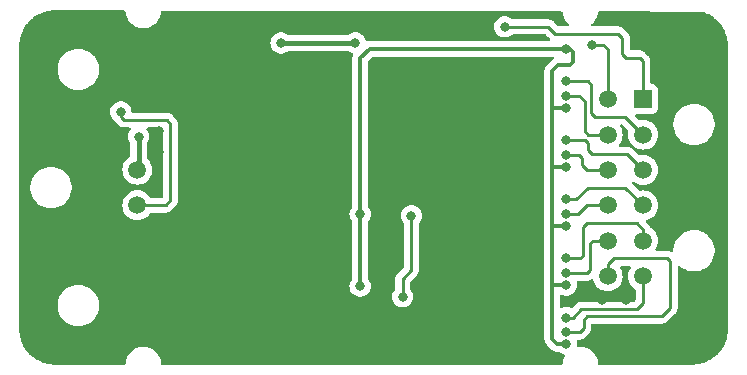
<source format=gbl>
G04 #@! TF.GenerationSoftware,KiCad,Pcbnew,7.0.11-7.0.11~ubuntu22.04.1*
G04 #@! TF.CreationDate,2024-12-11T14:00:36+07:00*
G04 #@! TF.ProjectId,seat_golden,73656174-5f67-46f6-9c64-656e2e6b6963,rev?*
G04 #@! TF.SameCoordinates,Original*
G04 #@! TF.FileFunction,Copper,L4,Bot*
G04 #@! TF.FilePolarity,Positive*
%FSLAX46Y46*%
G04 Gerber Fmt 4.6, Leading zero omitted, Abs format (unit mm)*
G04 Created by KiCad (PCBNEW 7.0.11-7.0.11~ubuntu22.04.1) date 2024-12-11 14:00:36*
%MOMM*%
%LPD*%
G01*
G04 APERTURE LIST*
G04 #@! TA.AperFunction,ComponentPad*
%ADD10C,1.520000*%
G04 #@! TD*
G04 #@! TA.AperFunction,ComponentPad*
%ADD11R,1.520000X1.520000*%
G04 #@! TD*
G04 #@! TA.AperFunction,SMDPad,CuDef*
%ADD12R,1.500000X1.500000*%
G04 #@! TD*
G04 #@! TA.AperFunction,ViaPad*
%ADD13C,0.800000*%
G04 #@! TD*
G04 #@! TA.AperFunction,Conductor*
%ADD14C,0.406400*%
G04 #@! TD*
G04 #@! TA.AperFunction,Conductor*
%ADD15C,0.304800*%
G04 #@! TD*
G04 #@! TA.AperFunction,Conductor*
%ADD16C,0.250000*%
G04 #@! TD*
G04 APERTURE END LIST*
D10*
X49814216Y-7524567D03*
X49814216Y-10524566D03*
X49814216Y-13524565D03*
X49814216Y-16524564D03*
X49814216Y-19524563D03*
X49814216Y-22524562D03*
X52814215Y-22524562D03*
X52814215Y-19524563D03*
X52814215Y-16524564D03*
X52814215Y-13524565D03*
X52814215Y-10524566D03*
D11*
X52814215Y-7524567D03*
X7000000Y-16500000D03*
D10*
X7000000Y-13500001D03*
X9999999Y-16500000D03*
X9999999Y-13500001D03*
D12*
X16800000Y-28700000D03*
D13*
X22164214Y-2764214D03*
X28464214Y-2764214D03*
X58364214Y-13514214D03*
X56364214Y-26014214D03*
X6000000Y-20000000D03*
X6000000Y-12000000D03*
X26364214Y-14014214D03*
X22000000Y-29014214D03*
X8000000Y-22000000D03*
X41000000Y-5000000D03*
X14300000Y-29000000D03*
X17564214Y-22414214D03*
X29364214Y-1014214D03*
X58364214Y-6514214D03*
X11864214Y-24014214D03*
X41714214Y-19564214D03*
X20500000Y-29014214D03*
X56364214Y-13514214D03*
X58364214Y-4514214D03*
X10000000Y-24000000D03*
X8000000Y-18000000D03*
X56364214Y-6514214D03*
X58364214Y-24014214D03*
X2000000Y-28000000D03*
X26314214Y-12114214D03*
X27000000Y-29014214D03*
X58364214Y-15514214D03*
X41714214Y-9564214D03*
X2000000Y-18000000D03*
X8000000Y-1000000D03*
X49364214Y-24514214D03*
X2000000Y-10000000D03*
X20914214Y-5564214D03*
X4000000Y-18000000D03*
X11864214Y-20014214D03*
X2000000Y-8000000D03*
X56364214Y-15514214D03*
X58364214Y-17514214D03*
X30864214Y-6014214D03*
X4000000Y-10000000D03*
X2000000Y-1000000D03*
X4000000Y-1000000D03*
X4000000Y-12000000D03*
X2000000Y-20000000D03*
X56364214Y-24014214D03*
X6000000Y-18000000D03*
X11864214Y-22014214D03*
X41714214Y-14564214D03*
X33664214Y-6014214D03*
X32514214Y-27164214D03*
X51364214Y-24514214D03*
X8000000Y-12000000D03*
X10000000Y-26000000D03*
X56364214Y-4514214D03*
X6000000Y-1000000D03*
X23464214Y-19814214D03*
X10000000Y-20000000D03*
X8000000Y-20000000D03*
X58364214Y-26014214D03*
X34914214Y-1114214D03*
X41714214Y-24564214D03*
X2000000Y-12000000D03*
X11864214Y-26014214D03*
X10000000Y-22000000D03*
X21364214Y-17014214D03*
X19000000Y-29014214D03*
X11864214Y-18014214D03*
X8000000Y-10000000D03*
X56364214Y-17514214D03*
X38000000Y-5000000D03*
X11864214Y-10214214D03*
X30864214Y-9014214D03*
X4000000Y-20000000D03*
X2000000Y-22000000D03*
X6000000Y-10000000D03*
X32000000Y-1000000D03*
X27064214Y-25914214D03*
X11864214Y-12014214D03*
X28864214Y-23364214D03*
X46314214Y-13264214D03*
X46314214Y-8264214D03*
X46314214Y-3264214D03*
X28864214Y-17264214D03*
X46314214Y-23264214D03*
X46314214Y-18264214D03*
X46314214Y-28264214D03*
X10100000Y-10700000D03*
X48500000Y-2900000D03*
X41100000Y-1400000D03*
X46314214Y-7264214D03*
X46314214Y-6014214D03*
X46314214Y-12264214D03*
X46314214Y-11014214D03*
X32464214Y-24264214D03*
X33200000Y-17400000D03*
X46314214Y-17264214D03*
X46314214Y-22264214D03*
X46314214Y-27264214D03*
X46314214Y-16014214D03*
X46314214Y-21014214D03*
X46314214Y-26014214D03*
X8600000Y-8600000D03*
D14*
X22164214Y-2764214D02*
X28464214Y-2764214D01*
D15*
X46914214Y-4414214D02*
X46664214Y-4664214D01*
X45114214Y-27814214D02*
X45114214Y-23264214D01*
X46314214Y-13264214D02*
X45164214Y-13264214D01*
X45114214Y-5164214D02*
X45114214Y-8264214D01*
X45164214Y-13264214D02*
X45114214Y-13314214D01*
X45114214Y-23264214D02*
X45114214Y-22664214D01*
X45564214Y-28264214D02*
X46314214Y-28264214D01*
X46314214Y-3264214D02*
X46664214Y-3264214D01*
X28864214Y-23364214D02*
X28864214Y-17264214D01*
X46314214Y-18264214D02*
X45164214Y-18264214D01*
X46914214Y-3514214D02*
X46914214Y-4414214D01*
X45114214Y-13314214D02*
X45114214Y-18314214D01*
X46664214Y-3264214D02*
X46914214Y-3514214D01*
X46314214Y-23264214D02*
X45114214Y-23264214D01*
X29664214Y-3264214D02*
X46314214Y-3264214D01*
X45114214Y-8264214D02*
X45114214Y-13314214D01*
X28864214Y-4064214D02*
X29664214Y-3264214D01*
X28864214Y-17264214D02*
X28864214Y-4064214D01*
X45164214Y-18264214D02*
X45114214Y-18314214D01*
X46314214Y-8264214D02*
X45114214Y-8264214D01*
X45114214Y-18314214D02*
X45114214Y-22664214D01*
X46664214Y-4664214D02*
X45614214Y-4664214D01*
X45114214Y-27814214D02*
X45564214Y-28264214D01*
X45614214Y-4664214D02*
X45114214Y-5164214D01*
D14*
X10100000Y-10700000D02*
X10100000Y-13400000D01*
X10100000Y-13400000D02*
X9999999Y-13500001D01*
D16*
X49414216Y-2900000D02*
X48500000Y-2900000D01*
X49414216Y-2900000D02*
X49814216Y-3300000D01*
X49814216Y-3300000D02*
X49814216Y-7524567D01*
X44800000Y-1400000D02*
X41100000Y-1400000D01*
X45400000Y-2000000D02*
X44800000Y-1400000D01*
X51064214Y-2364214D02*
X50700000Y-2000000D01*
X51364214Y-4014214D02*
X51064214Y-3714214D01*
X52814215Y-4314215D02*
X52514214Y-4014214D01*
X52514214Y-4014214D02*
X51364214Y-4014214D01*
X50700000Y-2000000D02*
X45400000Y-2000000D01*
X51064214Y-3714214D02*
X51064214Y-2364214D01*
X52814215Y-7524567D02*
X52814215Y-4314215D01*
X46314214Y-7264214D02*
X47414214Y-7264214D01*
X47414214Y-7264214D02*
X47864214Y-7714214D01*
X47864214Y-10264214D02*
X48124566Y-10524566D01*
X48124566Y-10524566D02*
X49814216Y-10524566D01*
X47864214Y-7714214D02*
X47864214Y-10264214D01*
X48764214Y-9014214D02*
X51303863Y-9014214D01*
X51303863Y-9014214D02*
X52814215Y-10524566D01*
X48414214Y-6314214D02*
X48414214Y-8664214D01*
X48414214Y-8664214D02*
X48764214Y-9014214D01*
X46314214Y-6014214D02*
X48114214Y-6014214D01*
X48114214Y-6014214D02*
X48414214Y-6314214D01*
X48074565Y-13524565D02*
X49814216Y-13524565D01*
X47414214Y-12264214D02*
X47664214Y-12514214D01*
X47664214Y-12514214D02*
X47664214Y-13114214D01*
X47664214Y-13114214D02*
X48074565Y-13524565D01*
X46314214Y-12264214D02*
X47414214Y-12264214D01*
X48164214Y-11864214D02*
X48464214Y-12164214D01*
X48164214Y-11264214D02*
X48164214Y-11864214D01*
X47914214Y-11014214D02*
X48164214Y-11264214D01*
X51453864Y-12164214D02*
X52814215Y-13524565D01*
X48464214Y-12164214D02*
X51453864Y-12164214D01*
X46314214Y-11014214D02*
X47914214Y-11014214D01*
X33200000Y-17400000D02*
X33201714Y-17401714D01*
X33201714Y-21998286D02*
X32464214Y-22735786D01*
X32464214Y-22735786D02*
X32464214Y-24264214D01*
X33201714Y-17401714D02*
X33201714Y-21998286D01*
X47314214Y-17264214D02*
X48053864Y-16524564D01*
X46314214Y-17264214D02*
X47314214Y-17264214D01*
X48053864Y-16524564D02*
X49814216Y-16524564D01*
X48553865Y-19524563D02*
X49814216Y-19524563D01*
X48364214Y-21964214D02*
X48364214Y-19714214D01*
X48064214Y-22264214D02*
X48364214Y-21964214D01*
X48364214Y-19714214D02*
X48553865Y-19524563D01*
X46314214Y-22264214D02*
X48064214Y-22264214D01*
X55114214Y-21264214D02*
X54864214Y-21014214D01*
X54414214Y-25900000D02*
X55114214Y-25200000D01*
X47800000Y-26900000D02*
X47800000Y-26200000D01*
X48100000Y-25900000D02*
X54414214Y-25900000D01*
X49814216Y-21514212D02*
X49814216Y-22524562D01*
X54864214Y-21014214D02*
X50314214Y-21014214D01*
X50314214Y-21014214D02*
X49814216Y-21514212D01*
X55114214Y-25200000D02*
X55114214Y-21264214D01*
X46314214Y-27264214D02*
X47435786Y-27264214D01*
X47435786Y-27264214D02*
X47800000Y-26900000D01*
X47800000Y-26200000D02*
X48100000Y-25900000D01*
X48164214Y-15014214D02*
X47164214Y-16014214D01*
X51264214Y-15014214D02*
X51303865Y-15014214D01*
X47164214Y-16014214D02*
X46314214Y-16014214D01*
X51264214Y-15014214D02*
X48164214Y-15014214D01*
X51303865Y-15014214D02*
X52814215Y-16524564D01*
X47514214Y-21014214D02*
X47714214Y-20814214D01*
X52814215Y-18564215D02*
X52814215Y-19524563D01*
X47714214Y-20814214D02*
X47714214Y-18364214D01*
X47714214Y-18364214D02*
X48064214Y-18014214D01*
X52264214Y-18014214D02*
X52814215Y-18564215D01*
X46314214Y-21014214D02*
X47514214Y-21014214D01*
X48064214Y-18014214D02*
X52264214Y-18014214D01*
X52814215Y-22524562D02*
X52814215Y-24800000D01*
X47600000Y-25300000D02*
X46885786Y-26014214D01*
X46885786Y-26014214D02*
X46314214Y-26014214D01*
X52814215Y-24800000D02*
X52314215Y-25300000D01*
X52314215Y-25300000D02*
X47600000Y-25300000D01*
X12800000Y-16100000D02*
X12400000Y-16500000D01*
X8600000Y-8600000D02*
X8600000Y-9000000D01*
X12800000Y-9600000D02*
X12800000Y-16100000D01*
X12400000Y-16500000D02*
X9999999Y-16500000D01*
X8900000Y-9300000D02*
X12500000Y-9300000D01*
X8600000Y-9000000D02*
X8900000Y-9300000D01*
X12500000Y-9300000D02*
X12800000Y-9600000D01*
G04 #@! TA.AperFunction,Conductor*
G36*
X8870706Y-16867D02*
G01*
X8901091Y-20709D01*
X8908492Y-22596D01*
X8968590Y-58231D01*
X8999883Y-120701D01*
X9000332Y-123354D01*
X9036446Y-351368D01*
X9109433Y-575996D01*
X9182080Y-718572D01*
X9216657Y-786433D01*
X9355483Y-977510D01*
X9522490Y-1144517D01*
X9713567Y-1283343D01*
X9779833Y-1317107D01*
X9924003Y-1390566D01*
X9924005Y-1390566D01*
X9924008Y-1390568D01*
X9980188Y-1408822D01*
X10148631Y-1463553D01*
X10381903Y-1500500D01*
X10381908Y-1500500D01*
X10618097Y-1500500D01*
X10851368Y-1463553D01*
X10860875Y-1460464D01*
X11075992Y-1390568D01*
X11286433Y-1283343D01*
X11477510Y-1144517D01*
X11644517Y-977510D01*
X11783343Y-786433D01*
X11890568Y-575992D01*
X11963553Y-351368D01*
X11993815Y-160301D01*
X11998806Y-128789D01*
X12028735Y-65654D01*
X12088047Y-28723D01*
X12091028Y-27934D01*
X12095520Y-26804D01*
X12126003Y-23057D01*
X45888945Y-87259D01*
X45955947Y-107071D01*
X46001601Y-159962D01*
X46011182Y-191860D01*
X46036446Y-351365D01*
X46036447Y-351368D01*
X46109432Y-575992D01*
X46216657Y-786433D01*
X46355483Y-977510D01*
X46522490Y-1144517D01*
X46530289Y-1150183D01*
X46572953Y-1205513D01*
X46578932Y-1275126D01*
X46546326Y-1336921D01*
X46485487Y-1371278D01*
X46457402Y-1374500D01*
X45710453Y-1374500D01*
X45643414Y-1354815D01*
X45622772Y-1338181D01*
X45300803Y-1016212D01*
X45290980Y-1003950D01*
X45290759Y-1004134D01*
X45285786Y-998122D01*
X45236776Y-952099D01*
X45233977Y-949386D01*
X45214477Y-929885D01*
X45214471Y-929880D01*
X45211286Y-927409D01*
X45202434Y-919848D01*
X45170582Y-889938D01*
X45170580Y-889936D01*
X45170577Y-889935D01*
X45153029Y-880288D01*
X45136763Y-869604D01*
X45120932Y-857324D01*
X45080849Y-839978D01*
X45070363Y-834841D01*
X45032094Y-813803D01*
X45032092Y-813802D01*
X45012693Y-808822D01*
X44994281Y-802518D01*
X44975898Y-794562D01*
X44975892Y-794560D01*
X44932760Y-787729D01*
X44921322Y-785361D01*
X44879020Y-774500D01*
X44879019Y-774500D01*
X44858984Y-774500D01*
X44839586Y-772973D01*
X44832162Y-771797D01*
X44819805Y-769840D01*
X44819804Y-769840D01*
X44776325Y-773950D01*
X44764656Y-774500D01*
X41803748Y-774500D01*
X41736709Y-754815D01*
X41711600Y-733474D01*
X41705873Y-727114D01*
X41705869Y-727110D01*
X41552734Y-615851D01*
X41552729Y-615848D01*
X41379807Y-538857D01*
X41379802Y-538855D01*
X41234001Y-507865D01*
X41194646Y-499500D01*
X41005354Y-499500D01*
X40972897Y-506398D01*
X40820197Y-538855D01*
X40820192Y-538857D01*
X40647270Y-615848D01*
X40647265Y-615851D01*
X40494129Y-727111D01*
X40367466Y-867785D01*
X40272821Y-1031715D01*
X40272818Y-1031722D01*
X40214327Y-1211740D01*
X40214326Y-1211744D01*
X40194540Y-1400000D01*
X40214326Y-1588256D01*
X40214327Y-1588259D01*
X40272818Y-1768277D01*
X40272821Y-1768284D01*
X40367467Y-1932216D01*
X40482987Y-2060514D01*
X40494129Y-2072888D01*
X40647265Y-2184148D01*
X40647270Y-2184151D01*
X40820192Y-2261142D01*
X40820197Y-2261144D01*
X41005354Y-2300500D01*
X41005355Y-2300500D01*
X41194644Y-2300500D01*
X41194646Y-2300500D01*
X41379803Y-2261144D01*
X41552730Y-2184151D01*
X41705871Y-2072888D01*
X41708788Y-2069647D01*
X41711600Y-2066526D01*
X41771087Y-2029879D01*
X41803748Y-2025500D01*
X44489548Y-2025500D01*
X44556587Y-2045185D01*
X44577228Y-2061818D01*
X44742707Y-2227298D01*
X44899197Y-2383788D01*
X44909022Y-2396051D01*
X44909243Y-2395869D01*
X44919188Y-2407891D01*
X44916626Y-2410010D01*
X44944331Y-2457161D01*
X44941539Y-2526974D01*
X44901447Y-2584196D01*
X44836782Y-2610659D01*
X44824053Y-2611314D01*
X29749982Y-2611314D01*
X29733934Y-2609542D01*
X29733912Y-2609780D01*
X29726145Y-2609045D01*
X29655909Y-2611253D01*
X29652015Y-2611314D01*
X29623137Y-2611314D01*
X29618724Y-2611871D01*
X29607094Y-2612786D01*
X29561265Y-2614226D01*
X29561264Y-2614227D01*
X29540766Y-2620181D01*
X29521728Y-2624123D01*
X29500563Y-2626798D01*
X29500556Y-2626799D01*
X29500554Y-2626800D01*
X29500551Y-2626800D01*
X29493001Y-2628740D01*
X29492389Y-2626360D01*
X29434868Y-2631620D01*
X29372894Y-2599354D01*
X29340893Y-2548274D01*
X29291395Y-2395936D01*
X29291394Y-2395935D01*
X29291393Y-2395930D01*
X29196747Y-2231998D01*
X29070085Y-2091326D01*
X29053267Y-2079107D01*
X28916948Y-1980065D01*
X28916943Y-1980062D01*
X28744021Y-1903071D01*
X28744016Y-1903069D01*
X28598215Y-1872079D01*
X28558860Y-1863714D01*
X28369568Y-1863714D01*
X28337111Y-1870612D01*
X28184411Y-1903069D01*
X28184406Y-1903071D01*
X28011484Y-1980062D01*
X28011479Y-1980065D01*
X27933347Y-2036832D01*
X27867541Y-2060312D01*
X27860462Y-2060514D01*
X22767966Y-2060514D01*
X22700927Y-2040829D01*
X22695081Y-2036832D01*
X22616948Y-1980065D01*
X22616943Y-1980062D01*
X22444021Y-1903071D01*
X22444016Y-1903069D01*
X22298215Y-1872079D01*
X22258860Y-1863714D01*
X22069568Y-1863714D01*
X22037111Y-1870612D01*
X21884411Y-1903069D01*
X21884406Y-1903071D01*
X21711484Y-1980062D01*
X21711479Y-1980065D01*
X21558343Y-2091325D01*
X21431680Y-2231999D01*
X21337035Y-2395929D01*
X21337032Y-2395936D01*
X21293481Y-2529974D01*
X21278540Y-2575958D01*
X21258754Y-2764214D01*
X21278540Y-2952470D01*
X21278541Y-2952473D01*
X21337032Y-3132491D01*
X21337035Y-3132498D01*
X21431681Y-3296430D01*
X21543493Y-3420609D01*
X21558343Y-3437102D01*
X21711479Y-3548362D01*
X21711484Y-3548365D01*
X21884406Y-3625356D01*
X21884411Y-3625358D01*
X22069568Y-3664714D01*
X22069569Y-3664714D01*
X22258858Y-3664714D01*
X22258860Y-3664714D01*
X22444017Y-3625358D01*
X22616944Y-3548365D01*
X22648415Y-3525500D01*
X22695081Y-3491596D01*
X22760887Y-3468116D01*
X22767966Y-3467914D01*
X27860462Y-3467914D01*
X27927501Y-3487599D01*
X27933347Y-3491596D01*
X28011479Y-3548362D01*
X28011484Y-3548365D01*
X28184406Y-3625356D01*
X28184407Y-3625356D01*
X28184411Y-3625358D01*
X28184414Y-3625358D01*
X28190588Y-3627365D01*
X28189701Y-3630093D01*
X28240150Y-3657317D01*
X28273938Y-3718474D01*
X28269299Y-3788189D01*
X28261568Y-3805165D01*
X28252336Y-3821957D01*
X28247028Y-3842630D01*
X28240729Y-3861026D01*
X28232256Y-3880606D01*
X28232254Y-3880614D01*
X28225083Y-3925892D01*
X28222714Y-3937330D01*
X28211314Y-3981726D01*
X28211314Y-4003075D01*
X28209787Y-4022472D01*
X28206450Y-4043543D01*
X28207818Y-4058010D01*
X28210764Y-4089180D01*
X28211314Y-4100849D01*
X28211314Y-16595956D01*
X28191629Y-16662995D01*
X28179464Y-16678928D01*
X28131684Y-16731992D01*
X28131679Y-16731999D01*
X28037035Y-16895929D01*
X28037032Y-16895936D01*
X27986166Y-17052488D01*
X27978540Y-17075958D01*
X27958754Y-17264214D01*
X27978540Y-17452470D01*
X27978541Y-17452473D01*
X28037032Y-17632491D01*
X28037035Y-17632498D01*
X28131681Y-17796430D01*
X28151737Y-17818704D01*
X28179464Y-17849498D01*
X28209694Y-17912489D01*
X28211314Y-17932470D01*
X28211314Y-22695956D01*
X28191629Y-22762995D01*
X28179464Y-22778928D01*
X28131684Y-22831992D01*
X28131679Y-22831999D01*
X28037035Y-22995929D01*
X28037032Y-22995936D01*
X27984628Y-23157220D01*
X27978540Y-23175958D01*
X27958754Y-23364214D01*
X27978540Y-23552470D01*
X27978541Y-23552473D01*
X28037032Y-23732491D01*
X28037035Y-23732498D01*
X28131681Y-23896430D01*
X28206749Y-23979801D01*
X28258343Y-24037102D01*
X28411479Y-24148362D01*
X28411484Y-24148365D01*
X28584406Y-24225356D01*
X28584411Y-24225358D01*
X28769568Y-24264714D01*
X28769569Y-24264714D01*
X28958858Y-24264714D01*
X28958860Y-24264714D01*
X28961212Y-24264214D01*
X31558754Y-24264214D01*
X31578540Y-24452470D01*
X31578541Y-24452473D01*
X31637032Y-24632491D01*
X31637035Y-24632498D01*
X31731681Y-24796430D01*
X31815524Y-24889547D01*
X31858343Y-24937102D01*
X32011479Y-25048362D01*
X32011484Y-25048365D01*
X32184406Y-25125356D01*
X32184411Y-25125358D01*
X32369568Y-25164714D01*
X32369569Y-25164714D01*
X32558858Y-25164714D01*
X32558860Y-25164714D01*
X32744017Y-25125358D01*
X32916944Y-25048365D01*
X33070085Y-24937102D01*
X33196747Y-24796430D01*
X33291393Y-24632498D01*
X33349888Y-24452470D01*
X33369674Y-24264214D01*
X33349888Y-24075958D01*
X33294509Y-23905520D01*
X33291395Y-23895936D01*
X33291394Y-23895935D01*
X33291393Y-23895930D01*
X33196747Y-23731998D01*
X33180155Y-23713571D01*
X33121564Y-23648498D01*
X33091334Y-23585506D01*
X33089714Y-23565526D01*
X33089714Y-23046237D01*
X33109399Y-22979198D01*
X33126029Y-22958560D01*
X33585500Y-22499088D01*
X33597762Y-22489266D01*
X33597579Y-22489045D01*
X33603582Y-22484077D01*
X33603591Y-22484072D01*
X33649648Y-22435025D01*
X33652296Y-22432292D01*
X33671834Y-22412756D01*
X33674284Y-22409596D01*
X33681868Y-22400715D01*
X33711776Y-22368868D01*
X33717324Y-22358775D01*
X33721428Y-22351312D01*
X33732110Y-22335050D01*
X33733424Y-22333356D01*
X33744388Y-22319222D01*
X33761744Y-22279111D01*
X33766875Y-22268640D01*
X33787908Y-22230384D01*
X33787908Y-22230383D01*
X33787911Y-22230378D01*
X33792894Y-22210966D01*
X33799191Y-22192577D01*
X33807152Y-22174181D01*
X33813984Y-22131034D01*
X33816353Y-22119602D01*
X33827213Y-22077308D01*
X33827214Y-22077303D01*
X33827214Y-22057269D01*
X33828741Y-22037868D01*
X33831874Y-22018090D01*
X33827764Y-21974610D01*
X33827214Y-21962941D01*
X33827214Y-18096783D01*
X33846899Y-18029744D01*
X33859064Y-18013811D01*
X33932533Y-17932216D01*
X34027179Y-17768284D01*
X34085674Y-17588256D01*
X34105460Y-17400000D01*
X34085674Y-17211744D01*
X34027179Y-17031716D01*
X33932533Y-16867784D01*
X33805871Y-16727112D01*
X33805870Y-16727111D01*
X33652734Y-16615851D01*
X33652729Y-16615848D01*
X33479807Y-16538857D01*
X33479802Y-16538855D01*
X33334001Y-16507865D01*
X33294646Y-16499500D01*
X33105354Y-16499500D01*
X33091645Y-16502414D01*
X32920197Y-16538855D01*
X32920192Y-16538857D01*
X32747270Y-16615848D01*
X32747265Y-16615851D01*
X32594129Y-16727111D01*
X32467466Y-16867785D01*
X32372821Y-17031715D01*
X32372818Y-17031722D01*
X32332041Y-17157222D01*
X32314326Y-17211744D01*
X32294540Y-17400000D01*
X32314326Y-17588256D01*
X32314327Y-17588259D01*
X32372818Y-17768277D01*
X32372821Y-17768284D01*
X32467464Y-17932212D01*
X32467465Y-17932214D01*
X32467467Y-17932216D01*
X32544365Y-18017619D01*
X32574594Y-18080609D01*
X32576214Y-18100590D01*
X32576214Y-21687832D01*
X32556529Y-21754871D01*
X32539895Y-21775513D01*
X32080422Y-22234985D01*
X32068165Y-22244806D01*
X32068348Y-22245027D01*
X32062336Y-22250000D01*
X32016312Y-22299009D01*
X32013605Y-22301802D01*
X31994103Y-22321303D01*
X31994089Y-22321320D01*
X31991621Y-22324501D01*
X31984057Y-22333356D01*
X31954151Y-22365204D01*
X31954150Y-22365206D01*
X31944498Y-22382762D01*
X31933824Y-22399012D01*
X31921543Y-22414847D01*
X31921538Y-22414854D01*
X31904189Y-22454944D01*
X31899052Y-22465430D01*
X31878017Y-22503692D01*
X31873036Y-22523093D01*
X31866735Y-22541496D01*
X31858776Y-22559888D01*
X31858775Y-22559891D01*
X31851942Y-22603029D01*
X31849574Y-22614460D01*
X31838715Y-22656757D01*
X31838714Y-22656768D01*
X31838714Y-22676802D01*
X31837187Y-22696201D01*
X31834054Y-22715980D01*
X31834054Y-22715981D01*
X31838164Y-22759460D01*
X31838714Y-22771129D01*
X31838714Y-23565526D01*
X31819029Y-23632565D01*
X31806864Y-23648498D01*
X31731680Y-23731998D01*
X31637035Y-23895929D01*
X31637032Y-23895936D01*
X31578996Y-24074554D01*
X31578540Y-24075958D01*
X31558754Y-24264214D01*
X28961212Y-24264214D01*
X29144017Y-24225358D01*
X29316944Y-24148365D01*
X29470085Y-24037102D01*
X29596747Y-23896430D01*
X29691393Y-23732498D01*
X29749888Y-23552470D01*
X29769674Y-23364214D01*
X29749888Y-23175958D01*
X29691393Y-22995930D01*
X29629356Y-22888478D01*
X29596748Y-22831999D01*
X29596743Y-22831992D01*
X29548964Y-22778928D01*
X29518734Y-22715936D01*
X29517114Y-22695956D01*
X29517114Y-17932470D01*
X29536799Y-17865431D01*
X29548964Y-17849498D01*
X29596747Y-17796430D01*
X29691393Y-17632498D01*
X29749888Y-17452470D01*
X29769674Y-17264214D01*
X29749888Y-17075958D01*
X29691393Y-16895930D01*
X29603843Y-16744288D01*
X29596748Y-16731999D01*
X29596743Y-16731992D01*
X29548964Y-16678928D01*
X29518734Y-16615936D01*
X29517114Y-16595956D01*
X29517114Y-4386016D01*
X29536799Y-4318977D01*
X29553433Y-4298335D01*
X29898336Y-3953433D01*
X29959659Y-3919948D01*
X29986017Y-3917114D01*
X45141617Y-3917114D01*
X45208656Y-3936799D01*
X45254411Y-3989603D01*
X45264355Y-4058761D01*
X45235330Y-4122317D01*
X45216155Y-4138323D01*
X45217025Y-4139444D01*
X45210864Y-4144221D01*
X45195774Y-4159312D01*
X45180986Y-4171943D01*
X45163722Y-4184487D01*
X45163717Y-4184491D01*
X45134498Y-4219810D01*
X45126638Y-4228448D01*
X44713190Y-4641896D01*
X44700592Y-4651990D01*
X44700744Y-4652174D01*
X44694732Y-4657147D01*
X44646620Y-4708380D01*
X44643915Y-4711171D01*
X44623501Y-4731585D01*
X44623498Y-4731589D01*
X44620772Y-4735104D01*
X44613193Y-4743977D01*
X44581810Y-4777396D01*
X44581808Y-4777400D01*
X44571527Y-4796099D01*
X44560852Y-4812350D01*
X44547771Y-4829215D01*
X44547766Y-4829223D01*
X44529559Y-4871295D01*
X44524423Y-4881778D01*
X44502337Y-4921954D01*
X44502337Y-4921955D01*
X44497028Y-4942630D01*
X44490729Y-4961026D01*
X44482256Y-4980606D01*
X44482254Y-4980614D01*
X44475083Y-5025892D01*
X44472714Y-5037330D01*
X44461314Y-5081726D01*
X44461314Y-5103075D01*
X44459787Y-5122472D01*
X44456450Y-5143543D01*
X44459617Y-5177044D01*
X44460764Y-5189180D01*
X44461314Y-5200849D01*
X44461314Y-8190776D01*
X44459118Y-8214010D01*
X44457424Y-8222888D01*
X44457424Y-8222892D01*
X44461069Y-8280827D01*
X44461314Y-8288613D01*
X44461314Y-13253075D01*
X44459787Y-13272474D01*
X44456450Y-13293541D01*
X44456450Y-13293542D01*
X44460764Y-13339180D01*
X44461314Y-13350849D01*
X44461314Y-18253075D01*
X44459787Y-18272474D01*
X44456450Y-18293541D01*
X44456450Y-18293542D01*
X44460764Y-18339180D01*
X44461314Y-18350849D01*
X44461314Y-23190776D01*
X44459118Y-23214010D01*
X44457424Y-23222888D01*
X44457424Y-23222892D01*
X44461069Y-23280827D01*
X44461314Y-23288613D01*
X44461314Y-27728446D01*
X44459542Y-27744493D01*
X44459780Y-27744516D01*
X44459046Y-27752281D01*
X44459046Y-27752283D01*
X44460264Y-27791031D01*
X44461253Y-27822517D01*
X44461314Y-27826412D01*
X44461314Y-27855289D01*
X44461871Y-27859702D01*
X44462786Y-27871334D01*
X44464226Y-27917159D01*
X44464227Y-27917165D01*
X44470179Y-27937652D01*
X44474124Y-27956697D01*
X44476799Y-27977871D01*
X44476802Y-27977883D01*
X44493676Y-28020503D01*
X44497459Y-28031551D01*
X44510247Y-28075569D01*
X44510249Y-28075574D01*
X44521114Y-28093945D01*
X44529672Y-28111415D01*
X44537525Y-28131249D01*
X44537529Y-28131255D01*
X44564470Y-28168337D01*
X44570883Y-28178099D01*
X44594223Y-28217564D01*
X44609308Y-28232648D01*
X44621945Y-28247444D01*
X44626236Y-28253350D01*
X44634488Y-28264708D01*
X44669815Y-28293933D01*
X44678455Y-28301795D01*
X45041895Y-28665235D01*
X45051993Y-28677839D01*
X45052177Y-28677688D01*
X45057144Y-28683693D01*
X45108377Y-28731803D01*
X45111175Y-28734515D01*
X45131588Y-28754928D01*
X45135100Y-28757652D01*
X45143979Y-28765236D01*
X45177399Y-28796619D01*
X45177403Y-28796622D01*
X45196089Y-28806894D01*
X45212356Y-28817579D01*
X45225562Y-28827822D01*
X45229219Y-28830659D01*
X45248853Y-28839155D01*
X45271292Y-28848866D01*
X45281782Y-28854005D01*
X45313523Y-28871454D01*
X45321955Y-28876090D01*
X45341650Y-28881146D01*
X45342625Y-28881397D01*
X45361026Y-28887696D01*
X45380613Y-28896173D01*
X45425900Y-28903344D01*
X45437326Y-28905711D01*
X45481734Y-28917114D01*
X45503075Y-28917114D01*
X45522472Y-28918640D01*
X45543543Y-28921978D01*
X45589181Y-28917663D01*
X45600849Y-28917114D01*
X45640542Y-28917114D01*
X45707581Y-28936799D01*
X45713427Y-28940796D01*
X45861479Y-29048362D01*
X45861484Y-29048365D01*
X46034406Y-29125356D01*
X46034407Y-29125356D01*
X46034411Y-29125358D01*
X46069480Y-29132812D01*
X46081330Y-29135331D01*
X46142812Y-29168523D01*
X46176589Y-29229686D01*
X46171937Y-29299400D01*
X46166035Y-29312915D01*
X46109434Y-29424000D01*
X46036446Y-29648631D01*
X45998737Y-29886720D01*
X45997718Y-29886558D01*
X45974614Y-29947170D01*
X45918381Y-29988638D01*
X45906330Y-29992351D01*
X45893092Y-29995704D01*
X45862646Y-29999500D01*
X12137354Y-29999500D01*
X12106910Y-29995705D01*
X12093671Y-29992352D01*
X12033516Y-29956810D01*
X12002126Y-29894389D01*
X12000510Y-29881971D01*
X11963553Y-29648631D01*
X11890566Y-29424003D01*
X11827077Y-29299400D01*
X11783343Y-29213567D01*
X11644517Y-29022490D01*
X11477510Y-28855483D01*
X11286433Y-28716657D01*
X11075996Y-28609433D01*
X10851368Y-28536446D01*
X10618097Y-28499500D01*
X10618092Y-28499500D01*
X10381908Y-28499500D01*
X10381903Y-28499500D01*
X10148631Y-28536446D01*
X9924003Y-28609433D01*
X9713566Y-28716657D01*
X9657142Y-28757652D01*
X9522490Y-28855483D01*
X9522488Y-28855485D01*
X9522487Y-28855485D01*
X9355485Y-29022487D01*
X9355485Y-29022488D01*
X9355483Y-29022490D01*
X9336686Y-29048362D01*
X9216657Y-29213566D01*
X9109433Y-29424003D01*
X9036446Y-29648631D01*
X8998737Y-29886720D01*
X8997718Y-29886558D01*
X8974614Y-29947170D01*
X8918381Y-29988638D01*
X8906330Y-29992351D01*
X8893092Y-29995704D01*
X8862646Y-29999500D01*
X3003246Y-29999500D01*
X2996756Y-29999330D01*
X2866954Y-29992527D01*
X2866491Y-29992502D01*
X2710700Y-29983753D01*
X2707227Y-29983509D01*
X2673272Y-29980644D01*
X2664300Y-29979556D01*
X2525092Y-29957508D01*
X2523720Y-29957283D01*
X2378464Y-29932604D01*
X2375040Y-29931973D01*
X2355491Y-29928084D01*
X2347591Y-29926242D01*
X2204416Y-29887878D01*
X2202183Y-29887257D01*
X2054010Y-29844570D01*
X2050674Y-29843558D01*
X2046019Y-29842074D01*
X2039244Y-29839696D01*
X1895334Y-29784454D01*
X1892319Y-29783251D01*
X1748246Y-29723574D01*
X1739404Y-29719498D01*
X1599922Y-29648428D01*
X1596236Y-29646471D01*
X1460464Y-29571433D01*
X1452921Y-29566907D01*
X1321281Y-29481419D01*
X1317061Y-29478553D01*
X1190836Y-29388991D01*
X1184557Y-29384228D01*
X1062426Y-29285329D01*
X1057834Y-29281422D01*
X942581Y-29178425D01*
X937527Y-29173647D01*
X826351Y-29062471D01*
X821573Y-29057417D01*
X790358Y-29022488D01*
X718572Y-28942159D01*
X714669Y-28937572D01*
X714288Y-28937102D01*
X615770Y-28815441D01*
X611007Y-28809162D01*
X521445Y-28682937D01*
X518593Y-28678739D01*
X433081Y-28547061D01*
X428574Y-28539550D01*
X353520Y-28403750D01*
X351570Y-28400076D01*
X343188Y-28383626D01*
X280497Y-28260589D01*
X276424Y-28251752D01*
X241872Y-28168337D01*
X216740Y-28107663D01*
X215544Y-28104664D01*
X160289Y-27960719D01*
X157931Y-27954001D01*
X156426Y-27949279D01*
X155447Y-27946050D01*
X112736Y-27797798D01*
X112116Y-27795567D01*
X107316Y-27777652D01*
X73747Y-27652372D01*
X71919Y-27644530D01*
X68024Y-27624949D01*
X67401Y-27621570D01*
X42679Y-27476068D01*
X42548Y-27475270D01*
X20437Y-27335663D01*
X19355Y-27326736D01*
X16484Y-27292700D01*
X16250Y-27289376D01*
X7494Y-27133465D01*
X669Y-27003243D01*
X500Y-26996755D01*
X500Y-25131187D01*
X3249500Y-25131187D01*
X3260176Y-25202011D01*
X3288604Y-25390615D01*
X3288605Y-25390617D01*
X3288606Y-25390623D01*
X3365938Y-25641326D01*
X3479767Y-25877696D01*
X3479768Y-25877697D01*
X3479770Y-25877700D01*
X3479772Y-25877704D01*
X3627567Y-26094479D01*
X3806014Y-26286801D01*
X3806018Y-26286804D01*
X3806019Y-26286805D01*
X4011143Y-26450386D01*
X4238357Y-26581568D01*
X4482584Y-26677420D01*
X4738370Y-26735802D01*
X4738376Y-26735802D01*
X4738379Y-26735803D01*
X4934484Y-26750499D01*
X4934503Y-26750499D01*
X4934506Y-26750500D01*
X4934508Y-26750500D01*
X5065492Y-26750500D01*
X5065494Y-26750500D01*
X5065496Y-26750499D01*
X5065515Y-26750499D01*
X5261620Y-26735803D01*
X5261622Y-26735802D01*
X5261630Y-26735802D01*
X5517416Y-26677420D01*
X5761643Y-26581568D01*
X5988857Y-26450386D01*
X6193981Y-26286805D01*
X6372433Y-26094479D01*
X6520228Y-25877704D01*
X6634063Y-25641323D01*
X6711396Y-25390615D01*
X6750500Y-25131182D01*
X6750500Y-24868818D01*
X6711396Y-24609385D01*
X6634063Y-24358677D01*
X6569859Y-24225356D01*
X6520232Y-24122303D01*
X6520231Y-24122302D01*
X6520230Y-24122301D01*
X6520228Y-24122296D01*
X6372433Y-23905521D01*
X6271210Y-23796428D01*
X6193985Y-23713198D01*
X6154533Y-23681736D01*
X5988857Y-23549614D01*
X5761643Y-23418432D01*
X5517416Y-23322580D01*
X5517411Y-23322578D01*
X5517402Y-23322576D01*
X5299818Y-23272914D01*
X5261630Y-23264198D01*
X5261629Y-23264197D01*
X5261625Y-23264197D01*
X5261620Y-23264196D01*
X5065515Y-23249500D01*
X5065494Y-23249500D01*
X4934506Y-23249500D01*
X4934484Y-23249500D01*
X4738379Y-23264196D01*
X4738374Y-23264197D01*
X4482597Y-23322576D01*
X4482578Y-23322582D01*
X4238356Y-23418432D01*
X4011143Y-23549614D01*
X3806014Y-23713198D01*
X3627567Y-23905520D01*
X3479768Y-24122302D01*
X3479767Y-24122303D01*
X3365938Y-24358673D01*
X3288606Y-24609376D01*
X3288605Y-24609381D01*
X3288604Y-24609385D01*
X3278789Y-24674500D01*
X3249500Y-24868812D01*
X3249500Y-25131187D01*
X500Y-25131187D01*
X500Y-15131187D01*
X929501Y-15131187D01*
X939032Y-15194415D01*
X968605Y-15390615D01*
X968606Y-15390617D01*
X968607Y-15390623D01*
X1045939Y-15641326D01*
X1159768Y-15877696D01*
X1159769Y-15877697D01*
X1159771Y-15877700D01*
X1159773Y-15877704D01*
X1291224Y-16070507D01*
X1307568Y-16094479D01*
X1486015Y-16286801D01*
X1486019Y-16286804D01*
X1486020Y-16286805D01*
X1691144Y-16450386D01*
X1918358Y-16581568D01*
X2162585Y-16677420D01*
X2418371Y-16735802D01*
X2418377Y-16735802D01*
X2418380Y-16735803D01*
X2614485Y-16750499D01*
X2614504Y-16750499D01*
X2614507Y-16750500D01*
X2614509Y-16750500D01*
X2745493Y-16750500D01*
X2745495Y-16750500D01*
X2745497Y-16750499D01*
X2745516Y-16750499D01*
X2941621Y-16735803D01*
X2941623Y-16735802D01*
X2941631Y-16735802D01*
X3197417Y-16677420D01*
X3441644Y-16581568D01*
X3668858Y-16450386D01*
X3873982Y-16286805D01*
X3880037Y-16280280D01*
X3929484Y-16226988D01*
X4052434Y-16094479D01*
X4200229Y-15877704D01*
X4207169Y-15863294D01*
X4280396Y-15711235D01*
X4314064Y-15641323D01*
X4391397Y-15390615D01*
X4430501Y-15131182D01*
X4430501Y-14868818D01*
X4391397Y-14609385D01*
X4314064Y-14358677D01*
X4291432Y-14311682D01*
X4200233Y-14122303D01*
X4200232Y-14122302D01*
X4200231Y-14122301D01*
X4200229Y-14122296D01*
X4052434Y-13905521D01*
X3951211Y-13796428D01*
X3873986Y-13713198D01*
X3746814Y-13611782D01*
X3668858Y-13549614D01*
X3441644Y-13418432D01*
X3197417Y-13322580D01*
X3197412Y-13322578D01*
X3197403Y-13322576D01*
X2977890Y-13272474D01*
X2941631Y-13264198D01*
X2941630Y-13264197D01*
X2941626Y-13264197D01*
X2941621Y-13264196D01*
X2745516Y-13249500D01*
X2745495Y-13249500D01*
X2614507Y-13249500D01*
X2614485Y-13249500D01*
X2418380Y-13264196D01*
X2418375Y-13264197D01*
X2162598Y-13322576D01*
X2162579Y-13322582D01*
X1918357Y-13418432D01*
X1691144Y-13549614D01*
X1486015Y-13713198D01*
X1307568Y-13905520D01*
X1219547Y-14034624D01*
X1164242Y-14115742D01*
X1159769Y-14122302D01*
X1159768Y-14122303D01*
X1045939Y-14358673D01*
X968607Y-14609376D01*
X968606Y-14609381D01*
X968605Y-14609385D01*
X956604Y-14689005D01*
X929501Y-14868812D01*
X929501Y-15131187D01*
X500Y-15131187D01*
X500Y-8600000D01*
X7694540Y-8600000D01*
X7714326Y-8788256D01*
X7714327Y-8788259D01*
X7772818Y-8968277D01*
X7772821Y-8968284D01*
X7867467Y-9132216D01*
X7900059Y-9168413D01*
X7994123Y-9272883D01*
X7994128Y-9272887D01*
X7994129Y-9272888D01*
X8001819Y-9278475D01*
X8043848Y-9309012D01*
X8071258Y-9336414D01*
X8073168Y-9339042D01*
X8079594Y-9348822D01*
X8101830Y-9386420D01*
X8101831Y-9386421D01*
X8101833Y-9386424D01*
X8115990Y-9400580D01*
X8128628Y-9415376D01*
X8140405Y-9431586D01*
X8140406Y-9431587D01*
X8174056Y-9459424D01*
X8182697Y-9467287D01*
X8399198Y-9683789D01*
X8409022Y-9696050D01*
X8409243Y-9695868D01*
X8414213Y-9701876D01*
X8463224Y-9747901D01*
X8466022Y-9750613D01*
X8485522Y-9770114D01*
X8485526Y-9770117D01*
X8485529Y-9770120D01*
X8488702Y-9772581D01*
X8497574Y-9780159D01*
X8529418Y-9810062D01*
X8546976Y-9819714D01*
X8563233Y-9830393D01*
X8579064Y-9842673D01*
X8608803Y-9855542D01*
X8619152Y-9860021D01*
X8629641Y-9865160D01*
X8653457Y-9878252D01*
X8667908Y-9886197D01*
X8680523Y-9889435D01*
X8687305Y-9891177D01*
X8705719Y-9897481D01*
X8724104Y-9905438D01*
X8767261Y-9912273D01*
X8778656Y-9914632D01*
X8820981Y-9925500D01*
X8841016Y-9925500D01*
X8860413Y-9927026D01*
X8880196Y-9930160D01*
X8923675Y-9926050D01*
X8935344Y-9925500D01*
X9307112Y-9925500D01*
X9374151Y-9945185D01*
X9419906Y-9997989D01*
X9429850Y-10067147D01*
X9400825Y-10130703D01*
X9399262Y-10132472D01*
X9367466Y-10167785D01*
X9272821Y-10331715D01*
X9272818Y-10331722D01*
X9214327Y-10511740D01*
X9214326Y-10511744D01*
X9194540Y-10700000D01*
X9214326Y-10888256D01*
X9214327Y-10888259D01*
X9272818Y-11068277D01*
X9272821Y-11068284D01*
X9367466Y-11232215D01*
X9371285Y-11237471D01*
X9369278Y-11238929D01*
X9394678Y-11291847D01*
X9396300Y-11311837D01*
X9396300Y-12319378D01*
X9376615Y-12386417D01*
X9343423Y-12420953D01*
X9186668Y-12530713D01*
X9030712Y-12686669D01*
X8904204Y-12867343D01*
X8904203Y-12867345D01*
X8810993Y-13067236D01*
X8810989Y-13067245D01*
X8753908Y-13280276D01*
X8753906Y-13280286D01*
X8734684Y-13499999D01*
X8734684Y-13500002D01*
X8753906Y-13719715D01*
X8753908Y-13719725D01*
X8810989Y-13932754D01*
X8810994Y-13932770D01*
X8904202Y-14132655D01*
X8904206Y-14132663D01*
X9030711Y-14313331D01*
X9186668Y-14469288D01*
X9367336Y-14595793D01*
X9367338Y-14595794D01*
X9367341Y-14595796D01*
X9487602Y-14651874D01*
X9567229Y-14689005D01*
X9567231Y-14689005D01*
X9567236Y-14689008D01*
X9780279Y-14746093D01*
X9937221Y-14759823D01*
X9999997Y-14765316D01*
X9999999Y-14765316D01*
X10000001Y-14765316D01*
X10054929Y-14760510D01*
X10219719Y-14746093D01*
X10432762Y-14689008D01*
X10632657Y-14595796D01*
X10813328Y-14469289D01*
X10969287Y-14313330D01*
X11095794Y-14132659D01*
X11189006Y-13932764D01*
X11192312Y-13920428D01*
X11203659Y-13878077D01*
X11246091Y-13719721D01*
X11265314Y-13500001D01*
X11246091Y-13280281D01*
X11189006Y-13067238D01*
X11095794Y-12867344D01*
X10969287Y-12686672D01*
X10969285Y-12686669D01*
X10840019Y-12557403D01*
X10806534Y-12496080D01*
X10803700Y-12469722D01*
X10803700Y-11311837D01*
X10823385Y-11244798D01*
X10828885Y-11237594D01*
X10828715Y-11237471D01*
X10832529Y-11232220D01*
X10832533Y-11232216D01*
X10927179Y-11068284D01*
X10985674Y-10888256D01*
X11005460Y-10700000D01*
X10985674Y-10511744D01*
X10930302Y-10341328D01*
X10927181Y-10331722D01*
X10927180Y-10331721D01*
X10927179Y-10331716D01*
X10832533Y-10167784D01*
X10800738Y-10132472D01*
X10770508Y-10069480D01*
X10779133Y-10000145D01*
X10823875Y-9946480D01*
X10890527Y-9925522D01*
X10892888Y-9925500D01*
X12050500Y-9925500D01*
X12117539Y-9945185D01*
X12163294Y-9997989D01*
X12174500Y-10049500D01*
X12174500Y-15750500D01*
X12154815Y-15817539D01*
X12102011Y-15863294D01*
X12050500Y-15874500D01*
X11165356Y-15874500D01*
X11098317Y-15854815D01*
X11063781Y-15821623D01*
X10969285Y-15686668D01*
X10813329Y-15530712D01*
X10632661Y-15404207D01*
X10632653Y-15404203D01*
X10432768Y-15310995D01*
X10432754Y-15310990D01*
X10219723Y-15253909D01*
X10219721Y-15253908D01*
X10219719Y-15253908D01*
X10219717Y-15253907D01*
X10219713Y-15253907D01*
X10000001Y-15234685D01*
X9999997Y-15234685D01*
X9780284Y-15253907D01*
X9780274Y-15253909D01*
X9567243Y-15310990D01*
X9567234Y-15310994D01*
X9367343Y-15404204D01*
X9367341Y-15404205D01*
X9186667Y-15530713D01*
X9030712Y-15686668D01*
X8904204Y-15867342D01*
X8904203Y-15867344D01*
X8810993Y-16067235D01*
X8810989Y-16067244D01*
X8753908Y-16280275D01*
X8753906Y-16280285D01*
X8734684Y-16499998D01*
X8734684Y-16500001D01*
X8753906Y-16719714D01*
X8753908Y-16719724D01*
X8810989Y-16932755D01*
X8810994Y-16932769D01*
X8904202Y-17132654D01*
X8904206Y-17132662D01*
X9030711Y-17313330D01*
X9186668Y-17469287D01*
X9367336Y-17595792D01*
X9367338Y-17595793D01*
X9367341Y-17595795D01*
X9487602Y-17651873D01*
X9567229Y-17689004D01*
X9567231Y-17689004D01*
X9567236Y-17689007D01*
X9780279Y-17746092D01*
X9937221Y-17759822D01*
X9999997Y-17765315D01*
X9999999Y-17765315D01*
X10000001Y-17765315D01*
X10054929Y-17760509D01*
X10219719Y-17746092D01*
X10432762Y-17689007D01*
X10632657Y-17595795D01*
X10813328Y-17469288D01*
X10969287Y-17313329D01*
X11063782Y-17178376D01*
X11118359Y-17134752D01*
X11165357Y-17125500D01*
X12317257Y-17125500D01*
X12332877Y-17127224D01*
X12332904Y-17126939D01*
X12340660Y-17127671D01*
X12340667Y-17127673D01*
X12407873Y-17125561D01*
X12411768Y-17125500D01*
X12439346Y-17125500D01*
X12439350Y-17125500D01*
X12443324Y-17124997D01*
X12454963Y-17124080D01*
X12498627Y-17122709D01*
X12517869Y-17117117D01*
X12536912Y-17113174D01*
X12556792Y-17110664D01*
X12597401Y-17094585D01*
X12608444Y-17090803D01*
X12650390Y-17078618D01*
X12667629Y-17068422D01*
X12685103Y-17059862D01*
X12703727Y-17052488D01*
X12703727Y-17052487D01*
X12703732Y-17052486D01*
X12739083Y-17026800D01*
X12748814Y-17020408D01*
X12786420Y-16998170D01*
X12800589Y-16983999D01*
X12815379Y-16971368D01*
X12831587Y-16959594D01*
X12859438Y-16925926D01*
X12867279Y-16917309D01*
X13183785Y-16600803D01*
X13196041Y-16590987D01*
X13195858Y-16590765D01*
X13201870Y-16585790D01*
X13201877Y-16585786D01*
X13247949Y-16536722D01*
X13250566Y-16534023D01*
X13270120Y-16514471D01*
X13272576Y-16511303D01*
X13280156Y-16502427D01*
X13310062Y-16470582D01*
X13319713Y-16453024D01*
X13330396Y-16436761D01*
X13342673Y-16420936D01*
X13360021Y-16380844D01*
X13365151Y-16370371D01*
X13386197Y-16332092D01*
X13391180Y-16312680D01*
X13397481Y-16294280D01*
X13405437Y-16275896D01*
X13412270Y-16232748D01*
X13414633Y-16221338D01*
X13425500Y-16179019D01*
X13425500Y-16158983D01*
X13427027Y-16139582D01*
X13430160Y-16119804D01*
X13426050Y-16076324D01*
X13425500Y-16064655D01*
X13425500Y-9682738D01*
X13427224Y-9667124D01*
X13426938Y-9667097D01*
X13427672Y-9659334D01*
X13425561Y-9592144D01*
X13425500Y-9588250D01*
X13425500Y-9560651D01*
X13425500Y-9560650D01*
X13424997Y-9556670D01*
X13424080Y-9545021D01*
X13423715Y-9533395D01*
X13422709Y-9501373D01*
X13417122Y-9482144D01*
X13413174Y-9463084D01*
X13410663Y-9443204D01*
X13394588Y-9402604D01*
X13390804Y-9391552D01*
X13378618Y-9349609D01*
X13378616Y-9349606D01*
X13368423Y-9332371D01*
X13359861Y-9314894D01*
X13352487Y-9296269D01*
X13342929Y-9283114D01*
X13326811Y-9260930D01*
X13320405Y-9251177D01*
X13298170Y-9213580D01*
X13298168Y-9213578D01*
X13298165Y-9213574D01*
X13284006Y-9199415D01*
X13271368Y-9184619D01*
X13259594Y-9168413D01*
X13225942Y-9140574D01*
X13217301Y-9132711D01*
X13000802Y-8916211D01*
X12990981Y-8903952D01*
X12990760Y-8904135D01*
X12985788Y-8898125D01*
X12936774Y-8852097D01*
X12933976Y-8849385D01*
X12914477Y-8829885D01*
X12914471Y-8829880D01*
X12911286Y-8827409D01*
X12902434Y-8819848D01*
X12870582Y-8789938D01*
X12870580Y-8789936D01*
X12870577Y-8789935D01*
X12853029Y-8780288D01*
X12836763Y-8769604D01*
X12820932Y-8757324D01*
X12780849Y-8739978D01*
X12770363Y-8734841D01*
X12732094Y-8713803D01*
X12732092Y-8713802D01*
X12712693Y-8708822D01*
X12694281Y-8702518D01*
X12675898Y-8694562D01*
X12675892Y-8694560D01*
X12632760Y-8687729D01*
X12621322Y-8685361D01*
X12579020Y-8674500D01*
X12579019Y-8674500D01*
X12558984Y-8674500D01*
X12539586Y-8672973D01*
X12532162Y-8671797D01*
X12519805Y-8669840D01*
X12519804Y-8669840D01*
X12476325Y-8673950D01*
X12464656Y-8674500D01*
X9624940Y-8674500D01*
X9557901Y-8654815D01*
X9512146Y-8602011D01*
X9501620Y-8563465D01*
X9485674Y-8411744D01*
X9427179Y-8231716D01*
X9332533Y-8067784D01*
X9205871Y-7927112D01*
X9205870Y-7927111D01*
X9052734Y-7815851D01*
X9052729Y-7815848D01*
X8879807Y-7738857D01*
X8879802Y-7738855D01*
X8734001Y-7707865D01*
X8694646Y-7699500D01*
X8505354Y-7699500D01*
X8472897Y-7706398D01*
X8320197Y-7738855D01*
X8320192Y-7738857D01*
X8147270Y-7815848D01*
X8147265Y-7815851D01*
X7994129Y-7927111D01*
X7867466Y-8067785D01*
X7772821Y-8231715D01*
X7772818Y-8231722D01*
X7721809Y-8388714D01*
X7714326Y-8411744D01*
X7694540Y-8600000D01*
X500Y-8600000D01*
X500Y-5131187D01*
X3249500Y-5131187D01*
X3261458Y-5210519D01*
X3288604Y-5390615D01*
X3288605Y-5390617D01*
X3288606Y-5390623D01*
X3335186Y-5541630D01*
X3358850Y-5618349D01*
X3365938Y-5641326D01*
X3479767Y-5877696D01*
X3479768Y-5877697D01*
X3479770Y-5877700D01*
X3479772Y-5877704D01*
X3606667Y-6063824D01*
X3627567Y-6094479D01*
X3806014Y-6286801D01*
X3806018Y-6286804D01*
X3806019Y-6286805D01*
X4011143Y-6450386D01*
X4238357Y-6581568D01*
X4482584Y-6677420D01*
X4738370Y-6735802D01*
X4738376Y-6735802D01*
X4738379Y-6735803D01*
X4934484Y-6750499D01*
X4934503Y-6750499D01*
X4934506Y-6750500D01*
X4934508Y-6750500D01*
X5065492Y-6750500D01*
X5065494Y-6750500D01*
X5065496Y-6750499D01*
X5065515Y-6750499D01*
X5261620Y-6735803D01*
X5261622Y-6735802D01*
X5261630Y-6735802D01*
X5517416Y-6677420D01*
X5761643Y-6581568D01*
X5988857Y-6450386D01*
X6193981Y-6286805D01*
X6372433Y-6094479D01*
X6520228Y-5877704D01*
X6634063Y-5641323D01*
X6711396Y-5390615D01*
X6750500Y-5131182D01*
X6750500Y-4868818D01*
X6711396Y-4609385D01*
X6634063Y-4358677D01*
X6593125Y-4273668D01*
X6520232Y-4122303D01*
X6520231Y-4122302D01*
X6520230Y-4122301D01*
X6520228Y-4122296D01*
X6372433Y-3905521D01*
X6362441Y-3894753D01*
X6193985Y-3713198D01*
X6133188Y-3664714D01*
X5988857Y-3549614D01*
X5761643Y-3418432D01*
X5517416Y-3322580D01*
X5517411Y-3322578D01*
X5517402Y-3322576D01*
X5299818Y-3272914D01*
X5261630Y-3264198D01*
X5261629Y-3264197D01*
X5261625Y-3264197D01*
X5261620Y-3264196D01*
X5065515Y-3249500D01*
X5065494Y-3249500D01*
X4934506Y-3249500D01*
X4934484Y-3249500D01*
X4738379Y-3264196D01*
X4738374Y-3264197D01*
X4482597Y-3322576D01*
X4482578Y-3322582D01*
X4238356Y-3418432D01*
X4011143Y-3549614D01*
X3806014Y-3713198D01*
X3627567Y-3905520D01*
X3479768Y-4122302D01*
X3479767Y-4122303D01*
X3365938Y-4358673D01*
X3288606Y-4609376D01*
X3288605Y-4609381D01*
X3288604Y-4609385D01*
X3275452Y-4696640D01*
X3249500Y-4868812D01*
X3249500Y-5131187D01*
X500Y-5131187D01*
X500Y-3003245D01*
X670Y-2996756D01*
X7473Y-2866935D01*
X7498Y-2866472D01*
X16250Y-2710623D01*
X16483Y-2707307D01*
X19356Y-2673247D01*
X20437Y-2664327D01*
X42558Y-2524662D01*
X42653Y-2524086D01*
X67401Y-2378426D01*
X68027Y-2375033D01*
X71921Y-2355457D01*
X73744Y-2347636D01*
X112144Y-2204326D01*
X112699Y-2202329D01*
X155452Y-2053932D01*
X156433Y-2050701D01*
X157933Y-2045994D01*
X160303Y-2039244D01*
X215578Y-1895246D01*
X216711Y-1892407D01*
X276439Y-1748210D01*
X280474Y-1739455D01*
X351616Y-1599831D01*
X353471Y-1596338D01*
X428591Y-1460418D01*
X433080Y-1452938D01*
X518626Y-1321209D01*
X521411Y-1317107D01*
X611014Y-1190824D01*
X615731Y-1184604D01*
X714716Y-1062367D01*
X718514Y-1057903D01*
X821625Y-942522D01*
X826316Y-937561D01*
X937561Y-826316D01*
X942522Y-821625D01*
X1057903Y-718514D01*
X1062367Y-714716D01*
X1184604Y-615731D01*
X1190824Y-611014D01*
X1317107Y-521411D01*
X1321209Y-518626D01*
X1452938Y-433080D01*
X1460418Y-428591D01*
X1596338Y-353471D01*
X1599831Y-351616D01*
X1739455Y-280474D01*
X1748210Y-276439D01*
X1892407Y-216711D01*
X1895246Y-215578D01*
X2039258Y-160297D01*
X2045994Y-157933D01*
X2050701Y-156433D01*
X2053932Y-155452D01*
X2202329Y-112699D01*
X2204326Y-112144D01*
X2347636Y-73744D01*
X2355474Y-71917D01*
X2375066Y-68020D01*
X2378371Y-67410D01*
X2524014Y-42665D01*
X2524654Y-42559D01*
X2664327Y-20437D01*
X2673257Y-19355D01*
X2707226Y-16490D01*
X2710678Y-16247D01*
X2866320Y-7505D01*
X2882400Y-6662D01*
X2883235Y-6623D01*
X2899977Y-5926D01*
X2903549Y-5830D01*
X2919079Y-5634D01*
X2924024Y-5572D01*
X2925719Y-5562D01*
X8870706Y-16867D01*
G37*
G04 #@! TD.AperFunction*
G04 #@! TA.AperFunction,Conductor*
G36*
X57678009Y-109675D02*
G01*
X57686614Y-109991D01*
X57778245Y-116560D01*
X57795316Y-118986D01*
X57885157Y-138215D01*
X57893528Y-140315D01*
X57945988Y-155429D01*
X57949299Y-156433D01*
X57953972Y-157922D01*
X57960731Y-160294D01*
X58104710Y-215562D01*
X58107610Y-216718D01*
X58251759Y-276427D01*
X58260589Y-280497D01*
X58400088Y-351576D01*
X58403750Y-353520D01*
X58539550Y-428574D01*
X58547061Y-433081D01*
X58678727Y-518586D01*
X58682937Y-521445D01*
X58809162Y-611007D01*
X58815441Y-615770D01*
X58815539Y-615849D01*
X58937577Y-714673D01*
X58942159Y-718572D01*
X59043149Y-808822D01*
X59057417Y-821573D01*
X59062471Y-826351D01*
X59173647Y-937527D01*
X59178425Y-942581D01*
X59281422Y-1057834D01*
X59285329Y-1062426D01*
X59384228Y-1184557D01*
X59388991Y-1190836D01*
X59478553Y-1317061D01*
X59481411Y-1321269D01*
X59566907Y-1452921D01*
X59571433Y-1460464D01*
X59646471Y-1596236D01*
X59648428Y-1599922D01*
X59719498Y-1739404D01*
X59723574Y-1748246D01*
X59783251Y-1892319D01*
X59784454Y-1895334D01*
X59839696Y-2039244D01*
X59842074Y-2046019D01*
X59843558Y-2050674D01*
X59844570Y-2054010D01*
X59887257Y-2202183D01*
X59887878Y-2204416D01*
X59926242Y-2347591D01*
X59928084Y-2355491D01*
X59931973Y-2375040D01*
X59932604Y-2378464D01*
X59957283Y-2523720D01*
X59957508Y-2525092D01*
X59979556Y-2664300D01*
X59980644Y-2673272D01*
X59983509Y-2707227D01*
X59983753Y-2710700D01*
X59992502Y-2866491D01*
X59992527Y-2866954D01*
X59999330Y-2996756D01*
X59999500Y-3003246D01*
X59999500Y-26996753D01*
X59999330Y-27003243D01*
X59992527Y-27133044D01*
X59992502Y-27133507D01*
X59983753Y-27289296D01*
X59983509Y-27292768D01*
X59980644Y-27326726D01*
X59979556Y-27335699D01*
X59957508Y-27474906D01*
X59957283Y-27476277D01*
X59932600Y-27621561D01*
X59931974Y-27624954D01*
X59930219Y-27633780D01*
X59928086Y-27644501D01*
X59926245Y-27652395D01*
X59887878Y-27795582D01*
X59887257Y-27797815D01*
X59844573Y-27945978D01*
X59843562Y-27949311D01*
X59842074Y-27953979D01*
X59839695Y-27960757D01*
X59784454Y-28104664D01*
X59783251Y-28107679D01*
X59723574Y-28251752D01*
X59719498Y-28260594D01*
X59648428Y-28400076D01*
X59646471Y-28403762D01*
X59571433Y-28539534D01*
X59566900Y-28547089D01*
X59481419Y-28678717D01*
X59478553Y-28682937D01*
X59388991Y-28809162D01*
X59384228Y-28815441D01*
X59285329Y-28937572D01*
X59281422Y-28942164D01*
X59178425Y-29057417D01*
X59173647Y-29062471D01*
X59062471Y-29173647D01*
X59057417Y-29178425D01*
X58942164Y-29281422D01*
X58937572Y-29285329D01*
X58815441Y-29384228D01*
X58809162Y-29388991D01*
X58682937Y-29478553D01*
X58678717Y-29481419D01*
X58547089Y-29566900D01*
X58539534Y-29571433D01*
X58403762Y-29646471D01*
X58400076Y-29648428D01*
X58260594Y-29719498D01*
X58251752Y-29723574D01*
X58107679Y-29783251D01*
X58104664Y-29784454D01*
X57960757Y-29839695D01*
X57953979Y-29842074D01*
X57949311Y-29843562D01*
X57945978Y-29844573D01*
X57797815Y-29887257D01*
X57795582Y-29887878D01*
X57652395Y-29926245D01*
X57644501Y-29928086D01*
X57633780Y-29930219D01*
X57624954Y-29931974D01*
X57621561Y-29932600D01*
X57476277Y-29957283D01*
X57474906Y-29957508D01*
X57335699Y-29979556D01*
X57326726Y-29980644D01*
X57292768Y-29983509D01*
X57289296Y-29983753D01*
X57133507Y-29992502D01*
X57133044Y-29992527D01*
X57003244Y-29999330D01*
X56996754Y-29999500D01*
X49137354Y-29999500D01*
X49106910Y-29995705D01*
X49093671Y-29992352D01*
X49033516Y-29956810D01*
X49002126Y-29894389D01*
X49000510Y-29881971D01*
X48963553Y-29648631D01*
X48890566Y-29424003D01*
X48827077Y-29299400D01*
X48783343Y-29213567D01*
X48644517Y-29022490D01*
X48477510Y-28855483D01*
X48286433Y-28716657D01*
X48075996Y-28609433D01*
X47851368Y-28536446D01*
X47618097Y-28499500D01*
X47618092Y-28499500D01*
X47381908Y-28499500D01*
X47381905Y-28499500D01*
X47351385Y-28504333D01*
X47282092Y-28495376D01*
X47228642Y-28450378D01*
X47208004Y-28383626D01*
X47208668Y-28368925D01*
X47219674Y-28264214D01*
X47199888Y-28075958D01*
X47192114Y-28052032D01*
X47190119Y-27982191D01*
X47226199Y-27922358D01*
X47288900Y-27891530D01*
X47310045Y-27889714D01*
X47353043Y-27889714D01*
X47368663Y-27891438D01*
X47368690Y-27891153D01*
X47376446Y-27891885D01*
X47376453Y-27891887D01*
X47443659Y-27889775D01*
X47447554Y-27889714D01*
X47475132Y-27889714D01*
X47475136Y-27889714D01*
X47479110Y-27889211D01*
X47490749Y-27888294D01*
X47534413Y-27886923D01*
X47553655Y-27881331D01*
X47572698Y-27877388D01*
X47592578Y-27874878D01*
X47633187Y-27858799D01*
X47644230Y-27855017D01*
X47686176Y-27842832D01*
X47703415Y-27832636D01*
X47720889Y-27824076D01*
X47739513Y-27816702D01*
X47739513Y-27816701D01*
X47739518Y-27816700D01*
X47774869Y-27791014D01*
X47784600Y-27784622D01*
X47822206Y-27762384D01*
X47836372Y-27748217D01*
X47851167Y-27735582D01*
X47867370Y-27723810D01*
X47867369Y-27723810D01*
X47867373Y-27723808D01*
X47895223Y-27690142D01*
X47903065Y-27681524D01*
X48183787Y-27400801D01*
X48196050Y-27390979D01*
X48195866Y-27390757D01*
X48201870Y-27385790D01*
X48201877Y-27385786D01*
X48247934Y-27336738D01*
X48250581Y-27334007D01*
X48270120Y-27314471D01*
X48272583Y-27311294D01*
X48280167Y-27302416D01*
X48289228Y-27292768D01*
X48310062Y-27270582D01*
X48319713Y-27253024D01*
X48330396Y-27236761D01*
X48342673Y-27220936D01*
X48360021Y-27180844D01*
X48365151Y-27170371D01*
X48386197Y-27132092D01*
X48391180Y-27112680D01*
X48397481Y-27094280D01*
X48405437Y-27075896D01*
X48412270Y-27032748D01*
X48414633Y-27021338D01*
X48425500Y-26979019D01*
X48425500Y-26958983D01*
X48427027Y-26939582D01*
X48430160Y-26919804D01*
X48426050Y-26876324D01*
X48425500Y-26864655D01*
X48425500Y-26649500D01*
X48445185Y-26582461D01*
X48497989Y-26536706D01*
X48549500Y-26525500D01*
X54331471Y-26525500D01*
X54347091Y-26527224D01*
X54347118Y-26526939D01*
X54354874Y-26527671D01*
X54354881Y-26527673D01*
X54422087Y-26525561D01*
X54425982Y-26525500D01*
X54453560Y-26525500D01*
X54453564Y-26525500D01*
X54457538Y-26524997D01*
X54469177Y-26524080D01*
X54512841Y-26522709D01*
X54532083Y-26517117D01*
X54551126Y-26513174D01*
X54571006Y-26510664D01*
X54611615Y-26494585D01*
X54622658Y-26490803D01*
X54664604Y-26478618D01*
X54681843Y-26468422D01*
X54699317Y-26459862D01*
X54717941Y-26452488D01*
X54717941Y-26452487D01*
X54717946Y-26452486D01*
X54753297Y-26426800D01*
X54763028Y-26420408D01*
X54800634Y-26398170D01*
X54814803Y-26383999D01*
X54829593Y-26371368D01*
X54845801Y-26359594D01*
X54873652Y-26325926D01*
X54881493Y-26317309D01*
X55498001Y-25700802D01*
X55510256Y-25690986D01*
X55510073Y-25690764D01*
X55516082Y-25685791D01*
X55516091Y-25685786D01*
X55562163Y-25636722D01*
X55564780Y-25634023D01*
X55584334Y-25614471D01*
X55586790Y-25611303D01*
X55594370Y-25602427D01*
X55624276Y-25570582D01*
X55633927Y-25553024D01*
X55644610Y-25536761D01*
X55656887Y-25520936D01*
X55674235Y-25480844D01*
X55679365Y-25470371D01*
X55700411Y-25432092D01*
X55705394Y-25412680D01*
X55711695Y-25394280D01*
X55719651Y-25375896D01*
X55726484Y-25332748D01*
X55728847Y-25321338D01*
X55739714Y-25279019D01*
X55739714Y-25258983D01*
X55741241Y-25239582D01*
X55741463Y-25238181D01*
X55744374Y-25219804D01*
X55740263Y-25176327D01*
X55739714Y-25164658D01*
X55739714Y-21748946D01*
X55759399Y-21681907D01*
X55812203Y-21636152D01*
X55881361Y-21626208D01*
X55941023Y-21651997D01*
X56145357Y-21814948D01*
X56372571Y-21946130D01*
X56616798Y-22041982D01*
X56872584Y-22100364D01*
X56872590Y-22100364D01*
X56872593Y-22100365D01*
X57068698Y-22115061D01*
X57068717Y-22115061D01*
X57068720Y-22115062D01*
X57068722Y-22115062D01*
X57199706Y-22115062D01*
X57199708Y-22115062D01*
X57199710Y-22115061D01*
X57199729Y-22115061D01*
X57395834Y-22100365D01*
X57395836Y-22100364D01*
X57395844Y-22100364D01*
X57651630Y-22041982D01*
X57895857Y-21946130D01*
X58123071Y-21814948D01*
X58328195Y-21651367D01*
X58339008Y-21639714D01*
X58417356Y-21555274D01*
X58506647Y-21459041D01*
X58654442Y-21242266D01*
X58768277Y-21005885D01*
X58845610Y-20755177D01*
X58884714Y-20495744D01*
X58884714Y-20233380D01*
X58845610Y-19973947D01*
X58768277Y-19723239D01*
X58756335Y-19698442D01*
X58654446Y-19486865D01*
X58654445Y-19486864D01*
X58654444Y-19486863D01*
X58654442Y-19486858D01*
X58506647Y-19270083D01*
X58439107Y-19197292D01*
X58328199Y-19077760D01*
X58288747Y-19046298D01*
X58123071Y-18914176D01*
X57895857Y-18782994D01*
X57651630Y-18687142D01*
X57651625Y-18687140D01*
X57651616Y-18687138D01*
X57434032Y-18637476D01*
X57395844Y-18628760D01*
X57395843Y-18628759D01*
X57395839Y-18628759D01*
X57395834Y-18628758D01*
X57199729Y-18614062D01*
X57199708Y-18614062D01*
X57068720Y-18614062D01*
X57068698Y-18614062D01*
X56872593Y-18628758D01*
X56872588Y-18628759D01*
X56616811Y-18687138D01*
X56616792Y-18687144D01*
X56372570Y-18782994D01*
X56145357Y-18914176D01*
X55940228Y-19077760D01*
X55761781Y-19270082D01*
X55613982Y-19486864D01*
X55613981Y-19486865D01*
X55500152Y-19723235D01*
X55422820Y-19973938D01*
X55422819Y-19973943D01*
X55422818Y-19973947D01*
X55408067Y-20071809D01*
X55383714Y-20233374D01*
X55383714Y-20372447D01*
X55364029Y-20439486D01*
X55311225Y-20485241D01*
X55242067Y-20495185D01*
X55192630Y-20474212D01*
X55191863Y-20475511D01*
X55185147Y-20471539D01*
X55145063Y-20454192D01*
X55134577Y-20449055D01*
X55096308Y-20428017D01*
X55096306Y-20428016D01*
X55076907Y-20423036D01*
X55058495Y-20416732D01*
X55040112Y-20408776D01*
X55040106Y-20408774D01*
X54996974Y-20401943D01*
X54985536Y-20399575D01*
X54943234Y-20388714D01*
X54943233Y-20388714D01*
X54923198Y-20388714D01*
X54903800Y-20387187D01*
X54896376Y-20386011D01*
X54884019Y-20384054D01*
X54884018Y-20384054D01*
X54840539Y-20388164D01*
X54828870Y-20388714D01*
X53986119Y-20388714D01*
X53919080Y-20369029D01*
X53873325Y-20316225D01*
X53863381Y-20247067D01*
X53884544Y-20193591D01*
X53910007Y-20157225D01*
X53910006Y-20157225D01*
X53910010Y-20157221D01*
X54003222Y-19957326D01*
X54060307Y-19744283D01*
X54079530Y-19524563D01*
X54060307Y-19304843D01*
X54003222Y-19091800D01*
X53910010Y-18891906D01*
X53792260Y-18723740D01*
X53783501Y-18711231D01*
X53627545Y-18555275D01*
X53458610Y-18436986D01*
X53414985Y-18382409D01*
X53414441Y-18381058D01*
X53408803Y-18366818D01*
X53405019Y-18355767D01*
X53392833Y-18313824D01*
X53392831Y-18313821D01*
X53382638Y-18296586D01*
X53374076Y-18279109D01*
X53366702Y-18260484D01*
X53357144Y-18247329D01*
X53341026Y-18225145D01*
X53334620Y-18215392D01*
X53312385Y-18177795D01*
X53312383Y-18177793D01*
X53312380Y-18177789D01*
X53298221Y-18163630D01*
X53285583Y-18148834D01*
X53273809Y-18132628D01*
X53240155Y-18104787D01*
X53231514Y-18096924D01*
X53084309Y-17949719D01*
X53050824Y-17888396D01*
X53055808Y-17818704D01*
X53097680Y-17762771D01*
X53139895Y-17742263D01*
X53246978Y-17713571D01*
X53446873Y-17620359D01*
X53627544Y-17493852D01*
X53783503Y-17337893D01*
X53910010Y-17157222D01*
X54003222Y-16957327D01*
X54060307Y-16744284D01*
X54079530Y-16524564D01*
X54060307Y-16304844D01*
X54003222Y-16091801D01*
X53910010Y-15891907D01*
X53783503Y-15711235D01*
X53783501Y-15711232D01*
X53627545Y-15555276D01*
X53446877Y-15428771D01*
X53446869Y-15428767D01*
X53246984Y-15335559D01*
X53246970Y-15335554D01*
X53033939Y-15278473D01*
X53033937Y-15278472D01*
X53033935Y-15278472D01*
X53033933Y-15278471D01*
X53033929Y-15278471D01*
X52814217Y-15259249D01*
X52814213Y-15259249D01*
X52594501Y-15278471D01*
X52594496Y-15278471D01*
X52594495Y-15278472D01*
X52594492Y-15278472D01*
X52594491Y-15278473D01*
X52551823Y-15289905D01*
X52481973Y-15288240D01*
X52432052Y-15257810D01*
X51893014Y-14718772D01*
X51859529Y-14657449D01*
X51864513Y-14587757D01*
X51906385Y-14531824D01*
X51971849Y-14507407D01*
X52040122Y-14522259D01*
X52051811Y-14529511D01*
X52181557Y-14620360D01*
X52261095Y-14657449D01*
X52381445Y-14713569D01*
X52381447Y-14713569D01*
X52381452Y-14713572D01*
X52381457Y-14713573D01*
X52381459Y-14713574D01*
X52415221Y-14722620D01*
X52594495Y-14770657D01*
X52751437Y-14784387D01*
X52814213Y-14789880D01*
X52814215Y-14789880D01*
X52814217Y-14789880D01*
X52869145Y-14785074D01*
X53033935Y-14770657D01*
X53246978Y-14713572D01*
X53446873Y-14620360D01*
X53627544Y-14493853D01*
X53783503Y-14337894D01*
X53910010Y-14157223D01*
X54003222Y-13957328D01*
X54060307Y-13744285D01*
X54076783Y-13555953D01*
X54079530Y-13524566D01*
X54079530Y-13524563D01*
X54074037Y-13461787D01*
X54060307Y-13304845D01*
X54003222Y-13091802D01*
X53910010Y-12891908D01*
X53783503Y-12711236D01*
X53783501Y-12711233D01*
X53627545Y-12555277D01*
X53446877Y-12428772D01*
X53446869Y-12428768D01*
X53246984Y-12335560D01*
X53246970Y-12335555D01*
X53033939Y-12278474D01*
X53033937Y-12278473D01*
X53033935Y-12278473D01*
X53033933Y-12278472D01*
X53033929Y-12278472D01*
X52814217Y-12259250D01*
X52814213Y-12259250D01*
X52594500Y-12278472D01*
X52594489Y-12278474D01*
X52551826Y-12289906D01*
X52481976Y-12288243D01*
X52432052Y-12257812D01*
X51954667Y-11780426D01*
X51944844Y-11768164D01*
X51944623Y-11768348D01*
X51939650Y-11762336D01*
X51897131Y-11722408D01*
X51861736Y-11662166D01*
X51861933Y-11657226D01*
X51809155Y-11645745D01*
X51808854Y-11645580D01*
X51806900Y-11644506D01*
X51790627Y-11633818D01*
X51774796Y-11621538D01*
X51734713Y-11604192D01*
X51724227Y-11599055D01*
X51685958Y-11578017D01*
X51685956Y-11578016D01*
X51666557Y-11573036D01*
X51648145Y-11566732D01*
X51629762Y-11558776D01*
X51629756Y-11558774D01*
X51586624Y-11551943D01*
X51575186Y-11549575D01*
X51532884Y-11538714D01*
X51532883Y-11538714D01*
X51512848Y-11538714D01*
X51493450Y-11537187D01*
X51486026Y-11536011D01*
X51473669Y-11534054D01*
X51473668Y-11534054D01*
X51430189Y-11538164D01*
X51418520Y-11538714D01*
X50880916Y-11538714D01*
X50813877Y-11519029D01*
X50768122Y-11466225D01*
X50758178Y-11397067D01*
X50782114Y-11343531D01*
X50780399Y-11342330D01*
X50910008Y-11157228D01*
X50910007Y-11157228D01*
X50910011Y-11157224D01*
X51003223Y-10957329D01*
X51060308Y-10744286D01*
X51079531Y-10524566D01*
X51060308Y-10304846D01*
X51003223Y-10091803D01*
X50910011Y-9891909D01*
X50870048Y-9834836D01*
X50847722Y-9768630D01*
X50864733Y-9700863D01*
X50915681Y-9653051D01*
X50971624Y-9639714D01*
X50993411Y-9639714D01*
X51060450Y-9659399D01*
X51081092Y-9676033D01*
X51547462Y-10142403D01*
X51580947Y-10203726D01*
X51579556Y-10262177D01*
X51568124Y-10304840D01*
X51568122Y-10304851D01*
X51548900Y-10524564D01*
X51548900Y-10524567D01*
X51568122Y-10744280D01*
X51568124Y-10744290D01*
X51625205Y-10957321D01*
X51625210Y-10957335D01*
X51718418Y-11157220D01*
X51718422Y-11157228D01*
X51844927Y-11337896D01*
X51956263Y-11449232D01*
X51989748Y-11510555D01*
X51989614Y-11512427D01*
X52037995Y-11521371D01*
X52053130Y-11530435D01*
X52181557Y-11620361D01*
X52260615Y-11657226D01*
X52381445Y-11713570D01*
X52381447Y-11713570D01*
X52381452Y-11713573D01*
X52594495Y-11770658D01*
X52751437Y-11784388D01*
X52814213Y-11789881D01*
X52814215Y-11789881D01*
X52814217Y-11789881D01*
X52869145Y-11785075D01*
X53033935Y-11770658D01*
X53246978Y-11713573D01*
X53446873Y-11620361D01*
X53627544Y-11493854D01*
X53783503Y-11337895D01*
X53910010Y-11157224D01*
X54003222Y-10957329D01*
X54060307Y-10744286D01*
X54079530Y-10524566D01*
X54060307Y-10304846D01*
X54003222Y-10091803D01*
X53910010Y-9891909D01*
X53842693Y-9795770D01*
X55383714Y-9795770D01*
X55403269Y-9925499D01*
X55422818Y-10055198D01*
X55422819Y-10055200D01*
X55422820Y-10055206D01*
X55476757Y-10230065D01*
X55499822Y-10304841D01*
X55500152Y-10305909D01*
X55613981Y-10542279D01*
X55613982Y-10542280D01*
X55613984Y-10542283D01*
X55613986Y-10542287D01*
X55721513Y-10700000D01*
X55761781Y-10759062D01*
X55940228Y-10951384D01*
X55940232Y-10951387D01*
X55940233Y-10951388D01*
X56145357Y-11114969D01*
X56372571Y-11246151D01*
X56616798Y-11342003D01*
X56872584Y-11400385D01*
X56872590Y-11400385D01*
X56872593Y-11400386D01*
X57068698Y-11415082D01*
X57068717Y-11415082D01*
X57068720Y-11415083D01*
X57068722Y-11415083D01*
X57199706Y-11415083D01*
X57199708Y-11415083D01*
X57199710Y-11415082D01*
X57199729Y-11415082D01*
X57395834Y-11400386D01*
X57395836Y-11400385D01*
X57395844Y-11400385D01*
X57651630Y-11342003D01*
X57895857Y-11246151D01*
X58123071Y-11114969D01*
X58328195Y-10951388D01*
X58506647Y-10759062D01*
X58654442Y-10542287D01*
X58662976Y-10524567D01*
X58678324Y-10492694D01*
X58768277Y-10305906D01*
X58845610Y-10055198D01*
X58884714Y-9795765D01*
X58884714Y-9533401D01*
X58845610Y-9273968D01*
X58768277Y-9023260D01*
X58726786Y-8937102D01*
X58654446Y-8786886D01*
X58654445Y-8786885D01*
X58654444Y-8786884D01*
X58654442Y-8786879D01*
X58506647Y-8570104D01*
X58466555Y-8526895D01*
X58328199Y-8377781D01*
X58278185Y-8337896D01*
X58123071Y-8214197D01*
X57895857Y-8083015D01*
X57651630Y-7987163D01*
X57651625Y-7987161D01*
X57651616Y-7987159D01*
X57434032Y-7937497D01*
X57395844Y-7928781D01*
X57395843Y-7928780D01*
X57395839Y-7928780D01*
X57395834Y-7928779D01*
X57199729Y-7914083D01*
X57199708Y-7914083D01*
X57068720Y-7914083D01*
X57068698Y-7914083D01*
X56872593Y-7928779D01*
X56872588Y-7928780D01*
X56616811Y-7987159D01*
X56616792Y-7987165D01*
X56372570Y-8083015D01*
X56145357Y-8214197D01*
X55940228Y-8377781D01*
X55761781Y-8570103D01*
X55613982Y-8786885D01*
X55613981Y-8786886D01*
X55500152Y-9023256D01*
X55422820Y-9273959D01*
X55422819Y-9273964D01*
X55422818Y-9273968D01*
X55413534Y-9335561D01*
X55383714Y-9533395D01*
X55383714Y-9795770D01*
X53842693Y-9795770D01*
X53783503Y-9711237D01*
X53783501Y-9711234D01*
X53627545Y-9555278D01*
X53446877Y-9428773D01*
X53446869Y-9428769D01*
X53246984Y-9335561D01*
X53246970Y-9335556D01*
X53033939Y-9278475D01*
X53033937Y-9278474D01*
X53033935Y-9278474D01*
X53033933Y-9278473D01*
X53033929Y-9278473D01*
X52814217Y-9259251D01*
X52814213Y-9259251D01*
X52594501Y-9278473D01*
X52594496Y-9278473D01*
X52594495Y-9278474D01*
X52594492Y-9278474D01*
X52594491Y-9278475D01*
X52551823Y-9289907D01*
X52481973Y-9288242D01*
X52432052Y-9257812D01*
X52170987Y-8996747D01*
X52137502Y-8935424D01*
X52142486Y-8865732D01*
X52184358Y-8809799D01*
X52249822Y-8785382D01*
X52258644Y-8785066D01*
X53622087Y-8785066D01*
X53681698Y-8778658D01*
X53816546Y-8728363D01*
X53931761Y-8642113D01*
X54018011Y-8526898D01*
X54068306Y-8392050D01*
X54074715Y-8332440D01*
X54074714Y-6716695D01*
X54068306Y-6657084D01*
X54066047Y-6651028D01*
X54018012Y-6522238D01*
X54018008Y-6522231D01*
X53931762Y-6407022D01*
X53931759Y-6407019D01*
X53816550Y-6320773D01*
X53816543Y-6320769D01*
X53681697Y-6270475D01*
X53681698Y-6270475D01*
X53622098Y-6264068D01*
X53622096Y-6264067D01*
X53622088Y-6264067D01*
X53622080Y-6264067D01*
X53563715Y-6264067D01*
X53496676Y-6244382D01*
X53450921Y-6191578D01*
X53439715Y-6140067D01*
X53439715Y-4396952D01*
X53441439Y-4381338D01*
X53441153Y-4381311D01*
X53441887Y-4373548D01*
X53439776Y-4306358D01*
X53439715Y-4302464D01*
X53439715Y-4274866D01*
X53439715Y-4274865D01*
X53439212Y-4270885D01*
X53438295Y-4259236D01*
X53436924Y-4215589D01*
X53436924Y-4215587D01*
X53431335Y-4196352D01*
X53427389Y-4177299D01*
X53424879Y-4157423D01*
X53408793Y-4116796D01*
X53405018Y-4105769D01*
X53392832Y-4063825D01*
X53382636Y-4046584D01*
X53374075Y-4029108D01*
X53366701Y-4010484D01*
X53366700Y-4010482D01*
X53365656Y-4009045D01*
X53341024Y-3975141D01*
X53334627Y-3965405D01*
X53312385Y-3927794D01*
X53312382Y-3927791D01*
X53312380Y-3927788D01*
X53298220Y-3913628D01*
X53285585Y-3898835D01*
X53273808Y-3882627D01*
X53240160Y-3854791D01*
X53231519Y-3846928D01*
X53015017Y-3630426D01*
X53005194Y-3618164D01*
X53004973Y-3618348D01*
X53000000Y-3612336D01*
X52950990Y-3566313D01*
X52948191Y-3563600D01*
X52928691Y-3544099D01*
X52928685Y-3544094D01*
X52925500Y-3541623D01*
X52916648Y-3534062D01*
X52884796Y-3504152D01*
X52884794Y-3504150D01*
X52884791Y-3504149D01*
X52867243Y-3494502D01*
X52850977Y-3483818D01*
X52835146Y-3471538D01*
X52795063Y-3454192D01*
X52784577Y-3449055D01*
X52746308Y-3428017D01*
X52746306Y-3428016D01*
X52726907Y-3423036D01*
X52708495Y-3416732D01*
X52690112Y-3408776D01*
X52690106Y-3408774D01*
X52646974Y-3401943D01*
X52635536Y-3399575D01*
X52593234Y-3388714D01*
X52593233Y-3388714D01*
X52573198Y-3388714D01*
X52553800Y-3387187D01*
X52546376Y-3386011D01*
X52534019Y-3384054D01*
X52534018Y-3384054D01*
X52490539Y-3388164D01*
X52478870Y-3388714D01*
X51813714Y-3388714D01*
X51746675Y-3369029D01*
X51700920Y-3316225D01*
X51689714Y-3264714D01*
X51689714Y-2446951D01*
X51691438Y-2431337D01*
X51691152Y-2431310D01*
X51691886Y-2423547D01*
X51689775Y-2356357D01*
X51689714Y-2352463D01*
X51689714Y-2324865D01*
X51689714Y-2324864D01*
X51689211Y-2320884D01*
X51688294Y-2309235D01*
X51686923Y-2265588D01*
X51686923Y-2265586D01*
X51681334Y-2246351D01*
X51677388Y-2227298D01*
X51676763Y-2222348D01*
X51674878Y-2207422D01*
X51658792Y-2166795D01*
X51655017Y-2155768D01*
X51642831Y-2113824D01*
X51632635Y-2096583D01*
X51624074Y-2079107D01*
X51621612Y-2072888D01*
X51616700Y-2060482D01*
X51591023Y-2025140D01*
X51584626Y-2015404D01*
X51562384Y-1977793D01*
X51562381Y-1977790D01*
X51562379Y-1977787D01*
X51548219Y-1963627D01*
X51535584Y-1948834D01*
X51523807Y-1932626D01*
X51490159Y-1904790D01*
X51481518Y-1896927D01*
X51200803Y-1616212D01*
X51190980Y-1603950D01*
X51190759Y-1604134D01*
X51185786Y-1598122D01*
X51136776Y-1552099D01*
X51133977Y-1549386D01*
X51114477Y-1529885D01*
X51114471Y-1529880D01*
X51111286Y-1527409D01*
X51102434Y-1519848D01*
X51070582Y-1489938D01*
X51070580Y-1489936D01*
X51070577Y-1489935D01*
X51053029Y-1480288D01*
X51036763Y-1469604D01*
X51020932Y-1457324D01*
X50980849Y-1439978D01*
X50970363Y-1434841D01*
X50932094Y-1413803D01*
X50932092Y-1413802D01*
X50912693Y-1408822D01*
X50894281Y-1402518D01*
X50875898Y-1394562D01*
X50875892Y-1394560D01*
X50832760Y-1387729D01*
X50821322Y-1385361D01*
X50779020Y-1374500D01*
X50779019Y-1374500D01*
X50758984Y-1374500D01*
X50739586Y-1372973D01*
X50732162Y-1371797D01*
X50719805Y-1369840D01*
X50719804Y-1369840D01*
X50676325Y-1373950D01*
X50664656Y-1374500D01*
X48542598Y-1374500D01*
X48475559Y-1354815D01*
X48429804Y-1302011D01*
X48419860Y-1232853D01*
X48448885Y-1169297D01*
X48469708Y-1150184D01*
X48477510Y-1144517D01*
X48644517Y-977510D01*
X48783343Y-786433D01*
X48890568Y-575992D01*
X48963553Y-351368D01*
X48987846Y-197985D01*
X49017774Y-134853D01*
X49077085Y-97921D01*
X49110552Y-93385D01*
X57678009Y-109675D01*
G37*
G04 #@! TD.AperFunction*
G04 #@! TA.AperFunction,Conductor*
G36*
X51723843Y-21659399D02*
G01*
X51769598Y-21712203D01*
X51779542Y-21781361D01*
X51758381Y-21834834D01*
X51718420Y-21891905D01*
X51718418Y-21891908D01*
X51718418Y-21891909D01*
X51625209Y-22091797D01*
X51625205Y-22091806D01*
X51568124Y-22304837D01*
X51568122Y-22304847D01*
X51548900Y-22524560D01*
X51548900Y-22524563D01*
X51568122Y-22744276D01*
X51568124Y-22744286D01*
X51625205Y-22957317D01*
X51625210Y-22957331D01*
X51718418Y-23157216D01*
X51718422Y-23157224D01*
X51844927Y-23337892D01*
X52000883Y-23493848D01*
X52000886Y-23493850D01*
X52084608Y-23552473D01*
X52135838Y-23588344D01*
X52179463Y-23642921D01*
X52188715Y-23689919D01*
X52188715Y-24489547D01*
X52169030Y-24556586D01*
X52152396Y-24577228D01*
X52091443Y-24638181D01*
X52030120Y-24671666D01*
X52003762Y-24674500D01*
X47682738Y-24674500D01*
X47667121Y-24672776D01*
X47667094Y-24673062D01*
X47659332Y-24672327D01*
X47592145Y-24674439D01*
X47588251Y-24674500D01*
X47560650Y-24674500D01*
X47556962Y-24674965D01*
X47556649Y-24675005D01*
X47545031Y-24675918D01*
X47501373Y-24677290D01*
X47501372Y-24677290D01*
X47482129Y-24682881D01*
X47463079Y-24686825D01*
X47443211Y-24689334D01*
X47443210Y-24689335D01*
X47402600Y-24705413D01*
X47391553Y-24709195D01*
X47349610Y-24721381D01*
X47349609Y-24721382D01*
X47332367Y-24731579D01*
X47314899Y-24740137D01*
X47296269Y-24747513D01*
X47296266Y-24747515D01*
X47260939Y-24773181D01*
X47251180Y-24779592D01*
X47213579Y-24801830D01*
X47199408Y-24816000D01*
X47184623Y-24828628D01*
X47168412Y-24840407D01*
X47140571Y-24874059D01*
X47132711Y-24882696D01*
X46839938Y-25175469D01*
X46778615Y-25208954D01*
X46708923Y-25203970D01*
X46701821Y-25201068D01*
X46686878Y-25194415D01*
X46594017Y-25153070D01*
X46594015Y-25153069D01*
X46594014Y-25153069D01*
X46442837Y-25120936D01*
X46408860Y-25113714D01*
X46219568Y-25113714D01*
X46185591Y-25120936D01*
X46034413Y-25153069D01*
X45941550Y-25194415D01*
X45872300Y-25203699D01*
X45809023Y-25174071D01*
X45771810Y-25114936D01*
X45767114Y-25081135D01*
X45767114Y-24197292D01*
X45786799Y-24130253D01*
X45839603Y-24084498D01*
X45908761Y-24074554D01*
X45941547Y-24084011D01*
X46034411Y-24125358D01*
X46219568Y-24164714D01*
X46219569Y-24164714D01*
X46408858Y-24164714D01*
X46408860Y-24164714D01*
X46594017Y-24125358D01*
X46766944Y-24048365D01*
X46920085Y-23937102D01*
X47046747Y-23796430D01*
X47141393Y-23632498D01*
X47199888Y-23452470D01*
X47219674Y-23264214D01*
X47199888Y-23075958D01*
X47192114Y-23052032D01*
X47190119Y-22982191D01*
X47226199Y-22922358D01*
X47288900Y-22891530D01*
X47310045Y-22889714D01*
X47981471Y-22889714D01*
X47997091Y-22891438D01*
X47997118Y-22891153D01*
X48004874Y-22891885D01*
X48004881Y-22891887D01*
X48072087Y-22889775D01*
X48075982Y-22889714D01*
X48103560Y-22889714D01*
X48103564Y-22889714D01*
X48107538Y-22889211D01*
X48119177Y-22888294D01*
X48162841Y-22886923D01*
X48182083Y-22881331D01*
X48201126Y-22877388D01*
X48221006Y-22874878D01*
X48261615Y-22858799D01*
X48272658Y-22855017D01*
X48314604Y-22842832D01*
X48331843Y-22832636D01*
X48349317Y-22824076D01*
X48367941Y-22816702D01*
X48367941Y-22816701D01*
X48367946Y-22816700D01*
X48403297Y-22791014D01*
X48413033Y-22784620D01*
X48415632Y-22783083D01*
X48483355Y-22765905D01*
X48549616Y-22788067D01*
X48593377Y-22842536D01*
X48598521Y-22857725D01*
X48625207Y-22957320D01*
X48625211Y-22957331D01*
X48718419Y-23157216D01*
X48718423Y-23157224D01*
X48844928Y-23337892D01*
X49000885Y-23493849D01*
X49181553Y-23620354D01*
X49181555Y-23620355D01*
X49181558Y-23620357D01*
X49229947Y-23642921D01*
X49381446Y-23713566D01*
X49381448Y-23713566D01*
X49381453Y-23713569D01*
X49594496Y-23770654D01*
X49751438Y-23784384D01*
X49814214Y-23789877D01*
X49814216Y-23789877D01*
X49814218Y-23789877D01*
X49869146Y-23785071D01*
X50033936Y-23770654D01*
X50246979Y-23713569D01*
X50446874Y-23620357D01*
X50627545Y-23493850D01*
X50783504Y-23337891D01*
X50910011Y-23157220D01*
X51003223Y-22957325D01*
X51060308Y-22744282D01*
X51076784Y-22555950D01*
X51079531Y-22524563D01*
X51079531Y-22524560D01*
X51067125Y-22382762D01*
X51060308Y-22304842D01*
X51003223Y-22091799D01*
X50910011Y-21891905D01*
X50870050Y-21834834D01*
X50847724Y-21768630D01*
X50864736Y-21700863D01*
X50915684Y-21653051D01*
X50971627Y-21639714D01*
X51656804Y-21639714D01*
X51723843Y-21659399D01*
G37*
G04 #@! TD.AperFunction*
M02*

</source>
